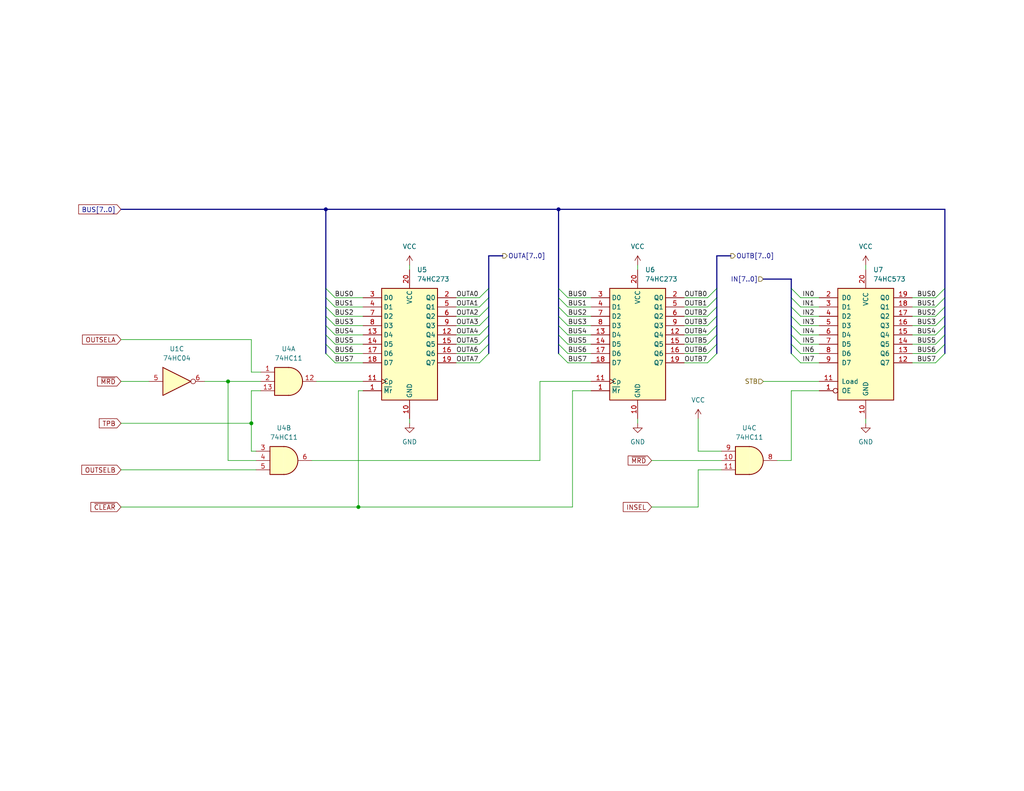
<source format=kicad_sch>
(kicad_sch (version 20211123) (generator eeschema)
  (paper "USLetter")
  (lib_symbols
    (symbol "74HCxx:74HC11" (pin_names (offset 1.016))
      (property "Reference" "U" (at 0 1.27 0))
      (property "Value" "74HC11" (at 0 -1.27 0))
      (symbol "74HC11_1_1"
        (arc (start 0 -3.81) (mid 3.81 0) (end 0 3.81) (stroke (width 0.254)) (fill (type background)))
        (polyline (pts (xy 0 3.81) (xy -3.81 3.81) (xy -3.81 -3.81) (xy 0 -3.81)) (stroke (width 0.254)) (fill (type background)))
        (pin input line (at -7.62 2.54 0) (length 3.81) (name "~") (number "1"))
        (pin output line (at 7.62 0 180) (length 3.81) (name "~") (number "12"))
        (pin input line (at -7.62 -2.54 0) (length 3.81) (name "~") (number "13"))
        (pin input line (at -7.62 0 0) (length 3.81) (name "~") (number "2"))
      )
      (symbol "74HC11_1_2"
        (arc (start -3.81 -3.81) (mid -2.589 0) (end -3.81 3.81) (stroke (width 0.254)))
        (arc (start -0.6096 -3.81) (mid 2.1842 -2.5851) (end 3.81 0) (stroke (width 0.254)) (fill (type background)))
        (polyline (pts (xy -3.81 -3.81) (xy -0.635 -3.81)) (stroke (width 0.254)) (fill (type background)))
        (polyline (pts (xy -3.81 3.81) (xy -0.635 3.81)) (stroke (width 0.254)) (fill (type background)))
        (polyline (pts (xy -0.635 3.81) (xy -3.81 3.81) (xy -3.81 3.81) (xy -3.556 3.4036) (xy -3.0226 2.2606) (xy -2.6924 1.0414) (xy -2.6162 -0.254) (xy -2.7686 -1.4986) (xy -3.175 -2.7178) (xy -3.81 -3.81) (xy -3.81 -3.81) (xy -0.635 -3.81)) (stroke (width -25.4)) (fill (type background)))
        (arc (start 3.81 0) (mid 2.1915 2.5936) (end -0.6096 3.81) (stroke (width 0.254)) (fill (type background)))
        (pin input inverted (at -7.62 2.54 0) (length 4.318) (name "~") (number "1"))
        (pin output inverted (at 7.62 0 180) (length 3.81) (name "~") (number "12"))
        (pin input inverted (at -7.62 -2.54 0) (length 4.318) (name "~") (number "13"))
        (pin input inverted (at -7.62 0 0) (length 4.953) (name "~") (number "2"))
      )
      (symbol "74HC11_2_1"
        (arc (start 0 -3.81) (mid 3.81 0) (end 0 3.81) (stroke (width 0.254)) (fill (type background)))
        (polyline (pts (xy 0 3.81) (xy -3.81 3.81) (xy -3.81 -3.81) (xy 0 -3.81)) (stroke (width 0.254)) (fill (type background)))
        (pin input line (at -7.62 2.54 0) (length 3.81) (name "~") (number "3"))
        (pin input line (at -7.62 0 0) (length 3.81) (name "~") (number "4"))
        (pin input line (at -7.62 -2.54 0) (length 3.81) (name "~") (number "5"))
        (pin output line (at 7.62 0 180) (length 3.81) (name "~") (number "6"))
      )
      (symbol "74HC11_2_2"
        (arc (start -3.81 -3.81) (mid -2.589 0) (end -3.81 3.81) (stroke (width 0.254)))
        (arc (start -0.6096 -3.81) (mid 2.1842 -2.5851) (end 3.81 0) (stroke (width 0.254)) (fill (type background)))
        (polyline (pts (xy -3.81 -3.81) (xy -0.635 -3.81)) (stroke (width 0.254)) (fill (type background)))
        (polyline (pts (xy -3.81 3.81) (xy -0.635 3.81)) (stroke (width 0.254)) (fill (type background)))
        (polyline (pts (xy -0.635 3.81) (xy -3.81 3.81) (xy -3.81 3.81) (xy -3.556 3.4036) (xy -3.0226 2.2606) (xy -2.6924 1.0414) (xy -2.6162 -0.254) (xy -2.7686 -1.4986) (xy -3.175 -2.7178) (xy -3.81 -3.81) (xy -3.81 -3.81) (xy -0.635 -3.81)) (stroke (width -25.4)) (fill (type background)))
        (arc (start 3.81 0) (mid 2.1915 2.5936) (end -0.6096 3.81) (stroke (width 0.254)) (fill (type background)))
        (pin input inverted (at -7.62 2.54 0) (length 4.318) (name "~") (number "3"))
        (pin input inverted (at -7.62 0 0) (length 4.953) (name "~") (number "4"))
        (pin input inverted (at -7.62 -2.54 0) (length 4.318) (name "~") (number "5"))
        (pin output inverted (at 7.62 0 180) (length 3.81) (name "~") (number "6"))
      )
      (symbol "74HC11_3_1"
        (arc (start 0 -3.81) (mid 3.81 0) (end 0 3.81) (stroke (width 0.254)) (fill (type background)))
        (polyline (pts (xy 0 3.81) (xy -3.81 3.81) (xy -3.81 -3.81) (xy 0 -3.81)) (stroke (width 0.254)) (fill (type background)))
        (pin input line (at -7.62 0 0) (length 3.81) (name "~") (number "10"))
        (pin input line (at -7.62 -2.54 0) (length 3.81) (name "~") (number "11"))
        (pin output line (at 7.62 0 180) (length 3.81) (name "~") (number "8"))
        (pin input line (at -7.62 2.54 0) (length 3.81) (name "~") (number "9"))
      )
      (symbol "74HC11_3_2"
        (arc (start -3.81 -3.81) (mid -2.589 0) (end -3.81 3.81) (stroke (width 0.254)))
        (arc (start -0.6096 -3.81) (mid 2.1842 -2.5851) (end 3.81 0) (stroke (width 0.254)) (fill (type background)))
        (polyline (pts (xy -3.81 -3.81) (xy -0.635 -3.81)) (stroke (width 0.254)) (fill (type background)))
        (polyline (pts (xy -3.81 3.81) (xy -0.635 3.81)) (stroke (width 0.254)) (fill (type background)))
        (polyline (pts (xy -0.635 3.81) (xy -3.81 3.81) (xy -3.81 3.81) (xy -3.556 3.4036) (xy -3.0226 2.2606) (xy -2.6924 1.0414) (xy -2.6162 -0.254) (xy -2.7686 -1.4986) (xy -3.175 -2.7178) (xy -3.81 -3.81) (xy -3.81 -3.81) (xy -0.635 -3.81)) (stroke (width -25.4)) (fill (type background)))
        (arc (start 3.81 0) (mid 2.1915 2.5936) (end -0.6096 3.81) (stroke (width 0.254)) (fill (type background)))
        (pin input inverted (at -7.62 0 0) (length 4.953) (name "~") (number "10"))
        (pin input inverted (at -7.62 -2.54 0) (length 4.318) (name "~") (number "11"))
        (pin output inverted (at 7.62 0 180) (length 3.81) (name "~") (number "8"))
        (pin input inverted (at -7.62 2.54 0) (length 4.318) (name "~") (number "9"))
      )
      (symbol "74HC11_4_0"
        (pin power_in line (at 0 12.7 270) (length 5.08) (name "VCC") (number "14"))
        (pin power_in line (at 0 -12.7 90) (length 5.08) (name "GND") (number "7"))
      )
      (symbol "74HC11_4_1"
        (rectangle (start -5.08 7.62) (end 5.08 -7.62) (stroke (width 0.254)) (fill (type background)))
      )
    )
    (symbol "74HCxx:74HC573" (pin_names (offset 1.016))
      (property "Reference" "U" (at -7.62 16.51 0))
      (property "Value" "74HC573" (at -7.62 -16.51 0))
      (symbol "74HC573_1_0"
        (pin input inverted (at -12.7 -12.7 0) (length 5.08) (name "OE") (number "1"))
        (pin power_in line (at 0 -20.32 90) (length 5.08) (name "GND") (number "10"))
        (pin input line (at -12.7 -10.16 0) (length 5.08) (name "Load") (number "11"))
        (pin tri_state line (at 12.7 -5.08 180) (length 5.08) (name "Q7") (number "12"))
        (pin tri_state line (at 12.7 -2.54 180) (length 5.08) (name "Q6") (number "13"))
        (pin tri_state line (at 12.7 0 180) (length 5.08) (name "Q5") (number "14"))
        (pin tri_state line (at 12.7 2.54 180) (length 5.08) (name "Q4") (number "15"))
        (pin tri_state line (at 12.7 5.08 180) (length 5.08) (name "Q3") (number "16"))
        (pin tri_state line (at 12.7 7.62 180) (length 5.08) (name "Q2") (number "17"))
        (pin tri_state line (at 12.7 10.16 180) (length 5.08) (name "Q1") (number "18"))
        (pin tri_state line (at 12.7 12.7 180) (length 5.08) (name "Q0") (number "19"))
        (pin input line (at -12.7 12.7 0) (length 5.08) (name "D0") (number "2"))
        (pin power_in line (at 0 20.32 270) (length 5.08) (name "VCC") (number "20"))
        (pin input line (at -12.7 10.16 0) (length 5.08) (name "D1") (number "3"))
        (pin input line (at -12.7 7.62 0) (length 5.08) (name "D2") (number "4"))
        (pin input line (at -12.7 5.08 0) (length 5.08) (name "D3") (number "5"))
        (pin input line (at -12.7 2.54 0) (length 5.08) (name "D4") (number "6"))
        (pin input line (at -12.7 0 0) (length 5.08) (name "D5") (number "7"))
        (pin input line (at -12.7 -2.54 0) (length 5.08) (name "D6") (number "8"))
        (pin input line (at -12.7 -5.08 0) (length 5.08) (name "D7") (number "9"))
      )
      (symbol "74HC573_1_1"
        (rectangle (start -7.62 15.24) (end 7.62 -15.24) (stroke (width 0.254)) (fill (type background)))
      )
    )
    (symbol "74xx:74HC04"
      (property "Reference" "U" (at 0 1.27 0))
      (property "Value" "74HC04" (at 0 -1.27 0))
      (symbol "74HC04_1_0"
        (polyline (pts (xy -3.81 3.81) (xy -3.81 -3.81) (xy 3.81 0) (xy -3.81 3.81)) (stroke (width 0.254)) (fill (type background)))
        (pin input line (at -7.62 0 0) (length 3.81) (name "~") (number "1"))
        (pin output inverted (at 7.62 0 180) (length 3.81) (name "~") (number "2"))
      )
      (symbol "74HC04_2_0"
        (polyline (pts (xy -3.81 3.81) (xy -3.81 -3.81) (xy 3.81 0) (xy -3.81 3.81)) (stroke (width 0.254)) (fill (type background)))
        (pin input line (at -7.62 0 0) (length 3.81) (name "~") (number "3"))
        (pin output inverted (at 7.62 0 180) (length 3.81) (name "~") (number "4"))
      )
      (symbol "74HC04_3_0"
        (polyline (pts (xy -3.81 3.81) (xy -3.81 -3.81) (xy 3.81 0) (xy -3.81 3.81)) (stroke (width 0.254)) (fill (type background)))
        (pin input line (at -7.62 0 0) (length 3.81) (name "~") (number "5"))
        (pin output inverted (at 7.62 0 180) (length 3.81) (name "~") (number "6"))
      )
      (symbol "74HC04_4_0"
        (polyline (pts (xy -3.81 3.81) (xy -3.81 -3.81) (xy 3.81 0) (xy -3.81 3.81)) (stroke (width 0.254)) (fill (type background)))
        (pin output inverted (at 7.62 0 180) (length 3.81) (name "~") (number "8"))
        (pin input line (at -7.62 0 0) (length 3.81) (name "~") (number "9"))
      )
      (symbol "74HC04_5_0"
        (polyline (pts (xy -3.81 3.81) (xy -3.81 -3.81) (xy 3.81 0) (xy -3.81 3.81)) (stroke (width 0.254)) (fill (type background)))
        (pin output inverted (at 7.62 0 180) (length 3.81) (name "~") (number "10"))
        (pin input line (at -7.62 0 0) (length 3.81) (name "~") (number "11"))
      )
      (symbol "74HC04_6_0"
        (polyline (pts (xy -3.81 3.81) (xy -3.81 -3.81) (xy 3.81 0) (xy -3.81 3.81)) (stroke (width 0.254)) (fill (type background)))
        (pin output inverted (at 7.62 0 180) (length 3.81) (name "~") (number "12"))
        (pin input line (at -7.62 0 0) (length 3.81) (name "~") (number "13"))
      )
      (symbol "74HC04_7_0"
        (pin power_in line (at 0 12.7 270) (length 5.08) (name "VCC") (number "14"))
        (pin power_in line (at 0 -12.7 90) (length 5.08) (name "GND") (number "7"))
      )
      (symbol "74HC04_7_1"
        (rectangle (start -5.08 7.62) (end 5.08 -7.62) (stroke (width 0.254)) (fill (type background)))
      )
    )
    (symbol "74xx:74HC273"
      (property "Reference" "U" (at -7.62 16.51 0))
      (property "Value" "74HC273" (at -7.62 -16.51 0))
      (symbol "74HC273_1_0"
        (pin input line (at -12.7 -12.7 0) (length 5.08) (name "~{Mr}") (number "1"))
        (pin power_in line (at 0 -20.32 90) (length 5.08) (name "GND") (number "10"))
        (pin input clock (at -12.7 -10.16 0) (length 5.08) (name "Cp") (number "11"))
        (pin output line (at 12.7 2.54 180) (length 5.08) (name "Q4") (number "12"))
        (pin input line (at -12.7 2.54 0) (length 5.08) (name "D4") (number "13"))
        (pin input line (at -12.7 0 0) (length 5.08) (name "D5") (number "14"))
        (pin output line (at 12.7 0 180) (length 5.08) (name "Q5") (number "15"))
        (pin output line (at 12.7 -2.54 180) (length 5.08) (name "Q6") (number "16"))
        (pin input line (at -12.7 -2.54 0) (length 5.08) (name "D6") (number "17"))
        (pin input line (at -12.7 -5.08 0) (length 5.08) (name "D7") (number "18"))
        (pin output line (at 12.7 -5.08 180) (length 5.08) (name "Q7") (number "19"))
        (pin output line (at 12.7 12.7 180) (length 5.08) (name "Q0") (number "2"))
        (pin power_in line (at 0 20.32 270) (length 5.08) (name "VCC") (number "20"))
        (pin input line (at -12.7 12.7 0) (length 5.08) (name "D0") (number "3"))
        (pin input line (at -12.7 10.16 0) (length 5.08) (name "D1") (number "4"))
        (pin output line (at 12.7 10.16 180) (length 5.08) (name "Q1") (number "5"))
        (pin output line (at 12.7 7.62 180) (length 5.08) (name "Q2") (number "6"))
        (pin input line (at -12.7 7.62 0) (length 5.08) (name "D2") (number "7"))
        (pin input line (at -12.7 5.08 0) (length 5.08) (name "D3") (number "8"))
        (pin output line (at 12.7 5.08 180) (length 5.08) (name "Q3") (number "9"))
      )
      (symbol "74HC273_1_1"
        (rectangle (start -7.62 15.24) (end 7.62 -15.24) (stroke (width 0.254)) (fill (type background)))
      )
    )
    (symbol "power:GND" (power) (pin_names (offset 0))
      (property "Value" "GND" (at 0 -3.81 0))
      (symbol "GND_0_1"
        (polyline (pts (xy 0 0) (xy 0 -1.27) (xy 1.27 -1.27) (xy 0 -2.54) (xy -1.27 -1.27) (xy 0 -1.27)))
      )
      (symbol "GND_1_1"
        (pin power_in line (at 0 0 270) (length 0) hide (name "GND") (number "1"))
      )
    )
    (symbol "power:VCC" (power) (pin_names (offset 0))
      (property "Value" "VCC" (at 0 3.81 0))
      (symbol "VCC_0_1"
        (polyline (pts (xy -0.762 1.27) (xy 0 2.54)))
        (polyline (pts (xy 0 0) (xy 0 2.54)))
        (polyline (pts (xy 0 2.54) (xy 0.762 1.27)))
      )
      (symbol "VCC_1_1"
        (pin power_in line (at 0 0 90) (length 0) hide (name "VCC") (number "1"))
      )
    )
  )
  (junction (at 88.9 57.15))
  (junction (at 62.23 104.14))
  (junction (at 68.58 115.57))
  (junction (at 152.4 57.15))
  (junction (at 97.79 138.43))
  (bus_entry (at 88.9 81.28) (size 2.54 2.54))
  (bus_entry (at 215.9 88.9) (size 2.54 2.54))
  (bus_entry (at 130.81 81.28) (size 2.54 -2.54))
  (bus_entry (at 152.4 96.52) (size 2.54 2.54))
  (bus_entry (at 152.4 81.28) (size 2.54 2.54))
  (bus_entry (at 152.4 91.44) (size 2.54 2.54))
  (bus_entry (at 152.4 93.98) (size 2.54 2.54))
  (bus_entry (at 152.4 88.9) (size 2.54 2.54))
  (bus_entry (at 152.4 78.74) (size 2.54 2.54))
  (bus_entry (at 152.4 83.82) (size 2.54 2.54))
  (bus_entry (at 152.4 86.36) (size 2.54 2.54))
  (bus_entry (at 88.9 93.98) (size 2.54 2.54))
  (bus_entry (at 193.04 91.44) (size 2.54 -2.54))
  (bus_entry (at 193.04 86.36) (size 2.54 -2.54))
  (bus_entry (at 193.04 88.9) (size 2.54 -2.54))
  (bus_entry (at 193.04 83.82) (size 2.54 -2.54))
  (bus_entry (at 193.04 96.52) (size 2.54 -2.54))
  (bus_entry (at 193.04 93.98) (size 2.54 -2.54))
  (bus_entry (at 193.04 81.28) (size 2.54 -2.54))
  (bus_entry (at 193.04 99.06) (size 2.54 -2.54))
  (bus_entry (at 130.81 88.9) (size 2.54 -2.54))
  (bus_entry (at 215.9 83.82) (size 2.54 2.54))
  (bus_entry (at 130.81 83.82) (size 2.54 -2.54))
  (bus_entry (at 130.81 99.06) (size 2.54 -2.54))
  (bus_entry (at 88.9 91.44) (size 2.54 2.54))
  (bus_entry (at 88.9 78.74) (size 2.54 2.54))
  (bus_entry (at 130.81 86.36) (size 2.54 -2.54))
  (bus_entry (at 255.27 88.9) (size 2.54 -2.54))
  (bus_entry (at 215.9 86.36) (size 2.54 2.54))
  (bus_entry (at 88.9 96.52) (size 2.54 2.54))
  (bus_entry (at 255.27 83.82) (size 2.54 -2.54))
  (bus_entry (at 255.27 86.36) (size 2.54 -2.54))
  (bus_entry (at 255.27 99.06) (size 2.54 -2.54))
  (bus_entry (at 215.9 96.52) (size 2.54 2.54))
  (bus_entry (at 255.27 91.44) (size 2.54 -2.54))
  (bus_entry (at 130.81 96.52) (size 2.54 -2.54))
  (bus_entry (at 255.27 96.52) (size 2.54 -2.54))
  (bus_entry (at 130.81 91.44) (size 2.54 -2.54))
  (bus_entry (at 255.27 81.28) (size 2.54 -2.54))
  (bus_entry (at 215.9 81.28) (size 2.54 2.54))
  (bus_entry (at 130.81 93.98) (size 2.54 -2.54))
  (bus_entry (at 215.9 78.74) (size 2.54 2.54))
  (bus_entry (at 215.9 91.44) (size 2.54 2.54))
  (bus_entry (at 255.27 93.98) (size 2.54 -2.54))
  (bus_entry (at 88.9 83.82) (size 2.54 2.54))
  (bus_entry (at 215.9 93.98) (size 2.54 2.54))
  (bus_entry (at 88.9 88.9) (size 2.54 2.54))
  (bus_entry (at 88.9 86.36) (size 2.54 2.54))
  (wire (pts (xy 68.58 106.68) (xy 71.12 106.68)))
  (wire (pts (xy 68.58 123.19) (xy 68.58 115.57)))
  (wire (pts (xy 91.44 93.98) (xy 99.06 93.98)))
  (wire (pts (xy 218.44 83.82) (xy 223.52 83.82)))
  (bus (pts (xy 195.58 88.9) (xy 195.58 86.36)))
  (wire (pts (xy 91.44 96.52) (xy 99.06 96.52)))
  (wire (pts (xy 186.69 83.82) (xy 193.04 83.82)))
  (wire (pts (xy 190.5 114.3) (xy 190.5 123.19)))
  (bus (pts (xy 152.4 78.74) (xy 152.4 81.28)))
  (bus (pts (xy 88.9 83.82) (xy 88.9 86.36)))
  (wire (pts (xy 68.58 92.71) (xy 68.58 101.6)))
  (wire (pts (xy 91.44 83.82) (xy 99.06 83.82)))
  (wire (pts (xy 215.9 106.68) (xy 223.52 106.68)))
  (wire (pts (xy 124.46 86.36) (xy 130.81 86.36)))
  (wire (pts (xy 186.69 93.98) (xy 193.04 93.98)))
  (bus (pts (xy 215.9 86.36) (xy 215.9 88.9)))
  (bus (pts (xy 257.81 91.44) (xy 257.81 93.98)))
  (wire (pts (xy 124.46 96.52) (xy 130.81 96.52)))
  (wire (pts (xy 186.69 88.9) (xy 193.04 88.9)))
  (bus (pts (xy 88.9 93.98) (xy 88.9 96.52)))
  (wire (pts (xy 190.5 128.27) (xy 196.85 128.27)))
  (wire (pts (xy 236.22 72.39) (xy 236.22 73.66)))
  (bus (pts (xy 133.35 81.28) (xy 133.35 83.82)))
  (wire (pts (xy 69.85 125.73) (xy 62.23 125.73)))
  (wire (pts (xy 173.99 114.3) (xy 173.99 115.57)))
  (bus (pts (xy 257.81 93.98) (xy 257.81 96.52)))
  (bus (pts (xy 195.58 86.36) (xy 195.58 83.82)))
  (wire (pts (xy 124.46 88.9) (xy 130.81 88.9)))
  (wire (pts (xy 218.44 88.9) (xy 223.52 88.9)))
  (bus (pts (xy 152.4 57.15) (xy 152.4 78.74)))
  (bus (pts (xy 152.4 91.44) (xy 152.4 93.98)))
  (bus (pts (xy 152.4 86.36) (xy 152.4 88.9)))
  (wire (pts (xy 69.85 123.19) (xy 68.58 123.19)))
  (bus (pts (xy 215.9 81.28) (xy 215.9 83.82)))
  (wire (pts (xy 212.09 125.73) (xy 215.9 125.73)))
  (bus (pts (xy 215.9 78.74) (xy 215.9 81.28)))
  (wire (pts (xy 177.8 138.43) (xy 190.5 138.43)))
  (wire (pts (xy 97.79 106.68) (xy 99.06 106.68)))
  (wire (pts (xy 215.9 125.73) (xy 215.9 106.68)))
  (wire (pts (xy 85.09 125.73) (xy 147.32 125.73)))
  (bus (pts (xy 215.9 91.44) (xy 215.9 93.98)))
  (bus (pts (xy 257.81 86.36) (xy 257.81 88.9)))
  (wire (pts (xy 173.99 72.39) (xy 173.99 73.66)))
  (wire (pts (xy 218.44 93.98) (xy 223.52 93.98)))
  (wire (pts (xy 154.94 86.36) (xy 161.29 86.36)))
  (wire (pts (xy 154.94 96.52) (xy 161.29 96.52)))
  (wire (pts (xy 154.94 81.28) (xy 161.29 81.28)))
  (wire (pts (xy 248.92 91.44) (xy 255.27 91.44)))
  (bus (pts (xy 152.4 57.15) (xy 257.81 57.15)))
  (bus (pts (xy 152.4 93.98) (xy 152.4 96.52)))
  (wire (pts (xy 186.69 99.06) (xy 193.04 99.06)))
  (bus (pts (xy 215.9 93.98) (xy 215.9 96.52)))
  (wire (pts (xy 248.92 81.28) (xy 255.27 81.28)))
  (bus (pts (xy 257.81 57.15) (xy 257.81 78.74)))
  (wire (pts (xy 186.69 96.52) (xy 193.04 96.52)))
  (bus (pts (xy 133.35 93.98) (xy 133.35 96.52)))
  (wire (pts (xy 147.32 104.14) (xy 161.29 104.14)))
  (bus (pts (xy 133.35 78.74) (xy 133.35 81.28)))
  (bus (pts (xy 133.35 91.44) (xy 133.35 93.98)))
  (wire (pts (xy 208.28 104.14) (xy 223.52 104.14)))
  (wire (pts (xy 111.76 72.39) (xy 111.76 73.66)))
  (wire (pts (xy 62.23 104.14) (xy 71.12 104.14)))
  (bus (pts (xy 88.9 91.44) (xy 88.9 93.98)))
  (wire (pts (xy 68.58 115.57) (xy 68.58 106.68)))
  (wire (pts (xy 218.44 86.36) (xy 223.52 86.36)))
  (wire (pts (xy 186.69 91.44) (xy 193.04 91.44)))
  (wire (pts (xy 248.92 83.82) (xy 255.27 83.82)))
  (wire (pts (xy 111.76 114.3) (xy 111.76 115.57)))
  (wire (pts (xy 218.44 91.44) (xy 223.52 91.44)))
  (wire (pts (xy 186.69 81.28) (xy 193.04 81.28)))
  (bus (pts (xy 133.35 86.36) (xy 133.35 88.9)))
  (wire (pts (xy 154.94 91.44) (xy 161.29 91.44)))
  (wire (pts (xy 124.46 91.44) (xy 130.81 91.44)))
  (wire (pts (xy 91.44 91.44) (xy 99.06 91.44)))
  (wire (pts (xy 248.92 93.98) (xy 255.27 93.98)))
  (bus (pts (xy 257.81 88.9) (xy 257.81 91.44)))
  (bus (pts (xy 195.58 81.28) (xy 195.58 78.74)))
  (wire (pts (xy 177.8 125.73) (xy 196.85 125.73)))
  (bus (pts (xy 133.35 83.82) (xy 133.35 86.36)))
  (wire (pts (xy 62.23 104.14) (xy 62.23 125.73)))
  (wire (pts (xy 33.02 115.57) (xy 68.58 115.57)))
  (bus (pts (xy 195.58 78.74) (xy 195.58 69.85)))
  (bus (pts (xy 257.81 78.74) (xy 257.81 81.28)))
  (wire (pts (xy 190.5 138.43) (xy 190.5 128.27)))
  (bus (pts (xy 257.81 81.28) (xy 257.81 83.82)))
  (wire (pts (xy 248.92 88.9) (xy 255.27 88.9)))
  (wire (pts (xy 154.94 83.82) (xy 161.29 83.82)))
  (wire (pts (xy 186.69 86.36) (xy 193.04 86.36)))
  (bus (pts (xy 195.58 69.85) (xy 199.39 69.85)))
  (wire (pts (xy 218.44 96.52) (xy 223.52 96.52)))
  (wire (pts (xy 124.46 99.06) (xy 130.81 99.06)))
  (bus (pts (xy 133.35 69.85) (xy 133.35 78.74)))
  (wire (pts (xy 124.46 81.28) (xy 130.81 81.28)))
  (bus (pts (xy 133.35 88.9) (xy 133.35 91.44)))
  (bus (pts (xy 88.9 78.74) (xy 88.9 81.28)))
  (wire (pts (xy 248.92 96.52) (xy 255.27 96.52)))
  (bus (pts (xy 215.9 88.9) (xy 215.9 91.44)))
  (wire (pts (xy 68.58 101.6) (xy 71.12 101.6)))
  (bus (pts (xy 195.58 93.98) (xy 195.58 91.44)))
  (wire (pts (xy 97.79 106.68) (xy 97.79 138.43)))
  (wire (pts (xy 156.21 106.68) (xy 161.29 106.68)))
  (wire (pts (xy 97.79 138.43) (xy 156.21 138.43)))
  (bus (pts (xy 152.4 88.9) (xy 152.4 91.44)))
  (wire (pts (xy 124.46 93.98) (xy 130.81 93.98)))
  (wire (pts (xy 248.92 99.06) (xy 255.27 99.06)))
  (wire (pts (xy 156.21 138.43) (xy 156.21 106.68)))
  (bus (pts (xy 208.28 76.2) (xy 215.9 76.2)))
  (bus (pts (xy 215.9 83.82) (xy 215.9 86.36)))
  (wire (pts (xy 91.44 99.06) (xy 99.06 99.06)))
  (wire (pts (xy 33.02 128.27) (xy 69.85 128.27)))
  (wire (pts (xy 190.5 123.19) (xy 196.85 123.19)))
  (wire (pts (xy 91.44 81.28) (xy 99.06 81.28)))
  (bus (pts (xy 88.9 57.15) (xy 88.9 78.74)))
  (bus (pts (xy 195.58 91.44) (xy 195.58 88.9)))
  (bus (pts (xy 88.9 81.28) (xy 88.9 83.82)))
  (bus (pts (xy 33.02 57.15) (xy 88.9 57.15)))
  (bus (pts (xy 195.58 83.82) (xy 195.58 81.28)))
  (wire (pts (xy 147.32 125.73) (xy 147.32 104.14)))
  (wire (pts (xy 91.44 86.36) (xy 99.06 86.36)))
  (bus (pts (xy 215.9 76.2) (xy 215.9 78.74)))
  (wire (pts (xy 33.02 92.71) (xy 68.58 92.71)))
  (wire (pts (xy 124.46 83.82) (xy 130.81 83.82)))
  (wire (pts (xy 33.02 138.43) (xy 97.79 138.43)))
  (wire (pts (xy 218.44 99.06) (xy 223.52 99.06)))
  (wire (pts (xy 218.44 81.28) (xy 223.52 81.28)))
  (bus (pts (xy 257.81 83.82) (xy 257.81 86.36)))
  (wire (pts (xy 236.22 114.3) (xy 236.22 115.57)))
  (bus (pts (xy 133.35 69.85) (xy 137.16 69.85)))
  (wire (pts (xy 154.94 88.9) (xy 161.29 88.9)))
  (bus (pts (xy 88.9 57.15) (xy 152.4 57.15)))
  (bus (pts (xy 195.58 96.52) (xy 195.58 93.98)))
  (wire (pts (xy 86.36 104.14) (xy 99.06 104.14)))
  (bus (pts (xy 152.4 81.28) (xy 152.4 83.82)))
  (wire (pts (xy 55.88 104.14) (xy 62.23 104.14)))
  (wire (pts (xy 248.92 86.36) (xy 255.27 86.36)))
  (wire (pts (xy 91.44 88.9) (xy 99.06 88.9)))
  (wire (pts (xy 154.94 93.98) (xy 161.29 93.98)))
  (wire (pts (xy 154.94 99.06) (xy 161.29 99.06)))
  (bus (pts (xy 88.9 88.9) (xy 88.9 91.44)))
  (bus (pts (xy 88.9 86.36) (xy 88.9 88.9)))
  (wire (pts (xy 33.02 104.14) (xy 40.64 104.14)))
  (bus (pts (xy 152.4 83.82) (xy 152.4 86.36)))
  (label "BUS7" (at 154.94 99.06 0))
  (label "BUS6" (at 154.94 96.52 0))
  (label "BUS0" (at 154.94 81.28 0))
  (label "BUS1" (at 250.19 83.82 0))
  (label "OUTA5" (at 124.46 93.98 0))
  (label "OUTB1" (at 186.69 83.82 0))
  (label "BUS5" (at 154.94 93.98 0))
  (label "BUS0" (at 250.19 81.28 0))
  (label "BUS3" (at 96.52 88.9 180))
  (label "IN7" (at 222.25 99.06 180))
  (label "BUS2" (at 250.19 86.36 0))
  (label "BUS7" (at 96.52 99.06 180))
  (label "OUTB3" (at 186.69 88.9 0))
  (label "BUS1" (at 96.52 83.82 180))
  (label "BUS4" (at 154.94 91.44 0))
  (label "BUS6" (at 96.52 96.52 180))
  (label "BUS2" (at 96.52 86.36 180))
  (label "OUTB7" (at 186.69 99.06 0))
  (label "BUS6" (at 250.19 96.52 0))
  (label "BUS3" (at 250.19 88.9 0))
  (label "BUS4" (at 250.19 91.44 0))
  (label "OUTA2" (at 124.46 86.36 0))
  (label "BUS7" (at 250.19 99.06 0))
  (label "BUS2" (at 154.94 86.36 0))
  (label "OUTB0" (at 186.69 81.28 0))
  (label "OUTB4" (at 186.69 91.44 0))
  (label "OUTA7" (at 124.46 99.06 0))
  (label "BUS4" (at 96.52 91.44 180))
  (label "OUTA0" (at 124.46 81.28 0))
  (label "OUTB2" (at 186.69 86.36 0))
  (label "IN2" (at 222.25 86.36 180))
  (label "IN5" (at 222.25 93.98 180))
  (label "BUS1" (at 154.94 83.82 0))
  (label "IN1" (at 222.25 83.82 180))
  (label "OUTB5" (at 186.69 93.98 0))
  (label "OUTB6" (at 186.69 96.52 0))
  (label "IN3" (at 222.25 88.9 180))
  (label "OUTA6" (at 124.46 96.52 0))
  (label "IN0" (at 222.25 81.28 180))
  (label "IN6" (at 222.25 96.52 180))
  (label "OUTA1" (at 124.46 83.82 0))
  (label "BUS3" (at 154.94 88.9 0))
  (label "OUTA4" (at 124.46 91.44 0))
  (label "OUTA3" (at 124.46 88.9 0))
  (label "BUS0" (at 96.52 81.28 180))
  (label "BUS5" (at 250.19 93.98 0))
  (label "BUS5" (at 96.52 93.98 180))
  (label "IN4" (at 222.25 91.44 180))
  (global_label "OUTSELA" (shape input) (at 33.02 92.71 180) (property "Intersheet References" "${INTERSHEET_REFS}" (effects hide)))
  (global_label "TPB" (shape input) (at 33.02 115.57 180) (property "Intersheet References" "${INTERSHEET_REFS}" (effects hide)))
  (global_label "BUS[7..0]" (shape input) (at 33.02 57.15 180) (property "Intersheet References" "${INTERSHEET_REFS}" (effects hide)))
  (global_label "~{CLEAR}" (shape input) (at 33.02 138.43 180) (property "Intersheet References" "${INTERSHEET_REFS}" (effects hide)))
  (global_label "INSEL" (shape input) (at 177.8 138.43 180) (property "Intersheet References" "${INTERSHEET_REFS}" (effects hide)))
  (global_label "~{MRD}" (shape input) (at 177.8 125.73 180) (property "Intersheet References" "${INTERSHEET_REFS}" (effects hide)))
  (global_label "OUTSELB" (shape input) (at 33.02 128.27 180) (property "Intersheet References" "${INTERSHEET_REFS}" (effects hide)))
  (global_label "~{MRD}" (shape input) (at 33.02 104.14 180) (property "Intersheet References" "${INTERSHEET_REFS}" (effects hide)))
  (hierarchical_label "IN[7..0]" (shape input) (at 208.28 76.2 180))
  (hierarchical_label "OUTA[7..0]" (shape output) (at 137.16 69.85 0))
  (hierarchical_label "OUTB[7..0]" (shape output) (at 199.39 69.85 0))
  (hierarchical_label "STB" (shape input) (at 208.28 104.14 180))
  (symbol (lib_id "74xx:74HC273") (at 173.99 93.98 0) (unit 1)
    (property "Reference" "U6" (at 176.0094 73.66 0) (effects (justify left)))
    (property "Value" "74HC273" (at 176.0094 76.2 0) (effects (justify left)))
    (property "Footprint" "Package_DIP:DIP-20_W7.62mm_Socket" (effects hide))
    (property "Datasheet" "https://assets.nexperia.com/documents/data-sheet/74HC_HCT273.pdf" (effects hide))
  )
  (symbol (lib_id "power:VCC") (at 111.76 72.39 0) (unit 1)
    (property "Reference" "#PWR06" (effects hide))
    (property "Value" "VCC" (at 111.76 67.31 0))
  )
  (symbol (lib_id "power:VCC") (at 173.99 72.39 0) (unit 1)
    (property "Reference" "#PWR08" (effects hide))
    (property "Value" "VCC" (at 173.99 67.31 0))
  )
  (symbol (lib_id "74HCxx:74HC11") (at 77.47 125.73 0) (unit 2)
    (property "Reference" "U4" (at 77.47 116.84 0))
    (property "Value" "74HC11" (at 77.47 119.38 0))
    (property "Footprint" "Package_DIP:DIP-14_W7.62mm_Socket" (effects hide))
    (property "Datasheet" "http://www.ti.com/lit/gpn/sn74LS11" (effects hide))
  )
  (symbol (lib_id "power:GND") (at 173.99 115.57 0) (unit 1)
    (property "Reference" "#PWR09" (effects hide))
    (property "Value" "GND" (at 173.99 120.65 0))
  )
  (symbol (lib_id "74xx:74HC04") (at 48.26 104.14 0) (unit 3)
    (property "Reference" "U1" (at 48.26 95.25 0))
    (property "Value" "74HC04" (at 48.26 97.79 0))
    (property "Footprint" "Package_DIP:DIP-14_W7.62mm_Socket" (effects hide))
    (property "Datasheet" "https://assets.nexperia.com/documents/data-sheet/74HC_HCT04.pdf" (effects hide))
  )
  (symbol (lib_id "74xx:74HC273") (at 111.76 93.98 0) (unit 1)
    (property "Reference" "U5" (at 113.7794 73.66 0) (effects (justify left)))
    (property "Value" "74HC273" (at 113.7794 76.2 0) (effects (justify left)))
    (property "Footprint" "Package_DIP:DIP-20_W7.62mm_Socket" (effects hide))
    (property "Datasheet" "https://assets.nexperia.com/documents/data-sheet/74HC_HCT273.pdf" (effects hide))
  )
  (symbol (lib_id "power:VCC") (at 190.5 114.3 0) (unit 1)
    (property "Reference" "#PWR010" (effects hide))
    (property "Value" "VCC" (at 190.5 109.22 0))
  )
  (symbol (lib_id "74HCxx:74HC573") (at 236.22 93.98 0) (unit 1)
    (property "Reference" "U7" (at 238.2394 73.66 0) (effects (justify left)))
    (property "Value" "74HC573" (at 238.2394 76.2 0) (effects (justify left)))
    (property "Footprint" "Package_DIP:DIP-20_W7.62mm_Socket" (effects hide))
    (property "Datasheet" "74xx/74hc573.pdf" (effects hide))
  )
  (symbol (lib_id "power:GND") (at 111.76 115.57 0) (unit 1)
    (property "Reference" "#PWR07" (effects hide))
    (property "Value" "GND" (at 111.76 120.65 0))
  )
  (symbol (lib_id "power:VCC") (at 236.22 72.39 0) (unit 1)
    (property "Reference" "#PWR011" (effects hide))
    (property "Value" "VCC" (at 236.22 67.31 0))
  )
  (symbol (lib_id "power:GND") (at 236.22 115.57 0) (unit 1)
    (property "Reference" "#PWR012" (effects hide))
    (property "Value" "GND" (at 236.22 120.65 0))
  )
  (symbol (lib_id "74HCxx:74HC11") (at 78.74 104.14 0) (unit 1)
    (property "Reference" "U4" (at 78.74 95.25 0))
    (property "Value" "74HC11" (at 78.74 97.79 0))
    (property "Footprint" "Package_DIP:DIP-14_W7.62mm_Socket" (effects hide))
    (property "Datasheet" "http://www.ti.com/lit/gpn/sn74LS11" (effects hide))
  )
  (symbol (lib_id "74HCxx:74HC11") (at 204.47 125.73 0) (unit 3)
    (property "Reference" "U4" (at 204.47 116.84 0))
    (property "Value" "74HC11" (at 204.47 119.38 0))
    (property "Footprint" "Package_DIP:DIP-14_W7.62mm_Socket" (effects hide))
    (property "Datasheet" "http://www.ti.com/lit/gpn/sn74LS11" (effects hide))
  )
)
</source>
